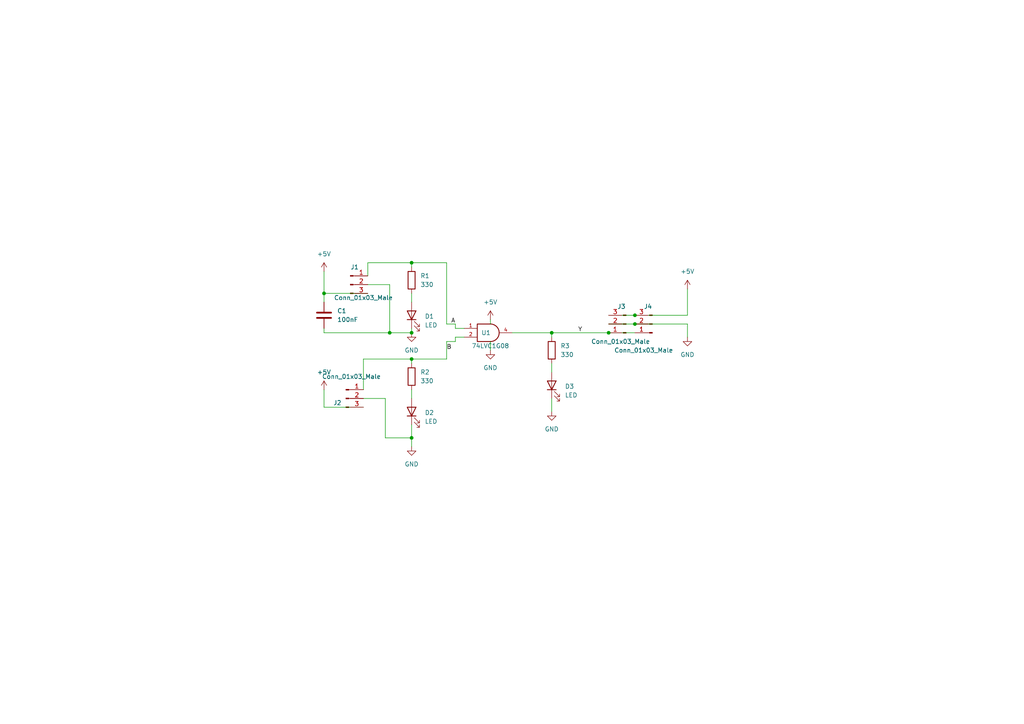
<source format=kicad_sch>
(kicad_sch (version 20231120) (generator "eeschema") (generator_version "8.0")
  (paper "A4")
  (lib_symbols
    (symbol "74xGxx:74LVC1G08" (pin_names (offset 1.016))
      (property "Reference" "U" (at -2.54 3.81 0))
      (property "Value" "74LVC1G08" (at 0 -3.81 0))
      (symbol "74LVC1G08_0_1"
        (arc (start 0 -2.54) (mid 2.529 0) (end 0 2.54) (stroke (width 0.254)))
        (polyline (pts (xy 0 -2.54) (xy -3.81 -2.54) (xy -3.81 2.54) (xy 0 2.54)) (stroke (width 0.254)))
      )
      (symbol "74LVC1G08_1_1"
        (pin input line (at -7.62 1.27 0) (length 3.81) (name "~") (number "1"))
        (pin input line (at -7.62 -1.27 0) (length 3.81) (name "~") (number "2"))
        (pin power_in line (at 0 -2.54 270) (length 0) hide (name "GND") (number "3"))
        (pin output line (at 6.35 0 180) (length 3.81) (name "~") (number "4"))
        (pin power_in line (at 0 2.54 90) (length 0) hide (name "VCC") (number "5"))
      )
    )
    (symbol "Connector:Conn_01x03_Male" (pin_names (offset 1.016) hide)
      (property "Reference" "J" (at 0 5.08 0))
      (property "Value" "Conn_01x03_Male" (at 0 -5.08 0))
      (symbol "Conn_01x03_Male_1_1"
        (polyline (pts (xy 1.27 -2.54) (xy 0.8636 -2.54)) (stroke (width 0.1524)))
        (polyline (pts (xy 1.27 0) (xy 0.8636 0)) (stroke (width 0.1524)))
        (polyline (pts (xy 1.27 2.54) (xy 0.8636 2.54)) (stroke (width 0.1524)))
        (rectangle (start 0.8636 -2.413) (end 0 -2.667) (stroke (width 0.1524)) (fill (type outline)))
        (rectangle (start 0.8636 0.127) (end 0 -0.127) (stroke (width 0.1524)) (fill (type outline)))
        (rectangle (start 0.8636 2.667) (end 0 2.413) (stroke (width 0.1524)) (fill (type outline)))
        (pin passive line (at 5.08 2.54 180) (length 3.81) (name "Pin_1") (number "1"))
        (pin passive line (at 5.08 0 180) (length 3.81) (name "Pin_2") (number "2"))
        (pin passive line (at 5.08 -2.54 180) (length 3.81) (name "Pin_3") (number "3"))
      )
    )
    (symbol "Device:C" (pin_numbers hide) (pin_names (offset 0.254))
      (property "Reference" "C" (at 0.635 2.54 0))
      (property "Value" "C" (at 0.635 -2.54 0))
      (symbol "C_0_1"
        (polyline (pts (xy -2.032 -0.762) (xy 2.032 -0.762)) (stroke (width 0.508)))
        (polyline (pts (xy -2.032 0.762) (xy 2.032 0.762)) (stroke (width 0.508)))
      )
      (symbol "C_1_1"
        (pin passive line (at 0 3.81 270) (length 2.794) (name "~") (number "1"))
        (pin passive line (at 0 -3.81 90) (length 2.794) (name "~") (number "2"))
      )
    )
    (symbol "Device:LED" (pin_numbers hide) (pin_names (offset 1.016) hide)
      (property "Reference" "D" (at 0 2.54 0))
      (property "Value" "LED" (at 0 -2.54 0))
      (symbol "LED_0_1"
        (polyline (pts (xy -1.27 -1.27) (xy -1.27 1.27)) (stroke (width 0.254)))
        (polyline (pts (xy -1.27 0) (xy 1.27 0)))
        (polyline (pts (xy 1.27 -1.27) (xy 1.27 1.27) (xy -1.27 0) (xy 1.27 -1.27)) (stroke (width 0.254)))
        (polyline (pts (xy -3.048 -0.762) (xy -4.572 -2.286) (xy -3.81 -2.286) (xy -4.572 -2.286) (xy -4.572 -1.524)))
        (polyline (pts (xy -1.778 -0.762) (xy -3.302 -2.286) (xy -2.54 -2.286) (xy -3.302 -2.286) (xy -3.302 -1.524)))
      )
      (symbol "LED_1_1"
        (pin passive line (at -3.81 0 0) (length 2.54) (name "K") (number "1"))
        (pin passive line (at 3.81 0 180) (length 2.54) (name "A") (number "2"))
      )
    )
    (symbol "Device:R" (pin_numbers hide) (pin_names (offset 0))
      (property "Reference" "R" (at 2.032 0 90))
      (property "Value" "R" (at 0 0 90))
      (symbol "R_0_1"
        (rectangle (start -1.016 -2.54) (end 1.016 2.54) (stroke (width 0.254)))
      )
      (symbol "R_1_1"
        (pin passive line (at 0 3.81 270) (length 1.27) (name "~") (number "1"))
        (pin passive line (at 0 -3.81 90) (length 1.27) (name "~") (number "2"))
      )
    )
    (symbol "power:+5V" (power) (pin_names (offset 0))
      (property "Value" "+5V" (at 0 3.556 0))
      (symbol "+5V_0_1"
        (polyline (pts (xy -0.762 1.27) (xy 0 2.54)))
        (polyline (pts (xy 0 0) (xy 0 2.54)))
        (polyline (pts (xy 0 2.54) (xy 0.762 1.27)))
      )
      (symbol "+5V_1_1"
        (pin power_in line (at 0 0 90) (length 0) hide (name "+5V") (number "1"))
      )
    )
    (symbol "power:GND" (power) (pin_names (offset 0))
      (property "Value" "GND" (at 0 -3.81 0))
      (symbol "GND_0_1"
        (polyline (pts (xy 0 0) (xy 0 -1.27) (xy 1.27 -1.27) (xy 0 -2.54) (xy -1.27 -1.27) (xy 0 -1.27)))
      )
      (symbol "GND_1_1"
        (pin power_in line (at 0 0 270) (length 0) hide (name "GND") (number "1"))
      )
    )
  )
  (junction (at 119.38 96.52))
  (junction (at 93.98 85.09))
  (junction (at 160.02 96.52))
  (junction (at 119.38 76.2))
  (junction (at 184.15 93.98))
  (junction (at 119.38 104.14))
  (junction (at 176.53 96.52))
  (junction (at 113.03 96.52))
  (junction (at 119.38 127))
  (junction (at 184.15 91.44))
  (wire (pts (xy 134.62 97.79) (xy 132.08 97.79)))
  (wire (pts (xy 106.68 76.2) (xy 119.38 76.2)))
  (wire (pts (xy 93.98 85.09) (xy 93.98 87.63)))
  (wire (pts (xy 160.02 115.57) (xy 160.02 119.38)))
  (wire (pts (xy 184.15 91.44) (xy 199.39 91.44)))
  (wire (pts (xy 176.53 91.44) (xy 184.15 91.44)))
  (wire (pts (xy 105.41 118.11) (xy 93.98 118.11)))
  (wire (pts (xy 148.59 96.52) (xy 160.02 96.52)))
  (wire (pts (xy 129.54 76.2) (xy 129.54 93.98)))
  (wire (pts (xy 113.03 82.55) (xy 113.03 96.52)))
  (wire (pts (xy 93.98 85.09) (xy 106.68 85.09)))
  (wire (pts (xy 129.54 99.06) (xy 132.08 99.06)))
  (wire (pts (xy 160.02 105.41) (xy 160.02 107.95)))
  (wire (pts (xy 176.53 93.98) (xy 184.15 93.98)))
  (wire (pts (xy 105.41 115.57) (xy 111.76 115.57)))
  (wire (pts (xy 113.03 96.52) (xy 119.38 96.52)))
  (wire (pts (xy 142.24 92.71) (xy 142.24 93.98)))
  (wire (pts (xy 199.39 83.82) (xy 199.39 91.44)))
  (wire (pts (xy 132.08 93.98) (xy 129.54 93.98)))
  (wire (pts (xy 160.02 96.52) (xy 176.53 96.52)))
  (wire (pts (xy 105.41 104.14) (xy 119.38 104.14)))
  (wire (pts (xy 184.15 93.98) (xy 199.39 93.98)))
  (wire (pts (xy 119.38 85.09) (xy 119.38 87.63)))
  (wire (pts (xy 199.39 93.98) (xy 199.39 97.79)))
  (wire (pts (xy 105.41 113.03) (xy 105.41 104.14)))
  (wire (pts (xy 111.76 115.57) (xy 111.76 127)))
  (wire (pts (xy 119.38 104.14) (xy 129.54 104.14)))
  (wire (pts (xy 119.38 127) (xy 119.38 129.54)))
  (wire (pts (xy 93.98 113.03) (xy 93.98 118.11)))
  (wire (pts (xy 119.38 95.25) (xy 119.38 96.52)))
  (wire (pts (xy 129.54 104.14) (xy 129.54 99.06)))
  (wire (pts (xy 119.38 123.19) (xy 119.38 127)))
  (wire (pts (xy 132.08 93.98) (xy 132.08 95.25)))
  (wire (pts (xy 93.98 95.25) (xy 93.98 96.52)))
  (wire (pts (xy 119.38 77.47) (xy 119.38 76.2)))
  (wire (pts (xy 93.98 96.52) (xy 113.03 96.52)))
  (wire (pts (xy 132.08 97.79) (xy 132.08 99.06)))
  (wire (pts (xy 119.38 76.2) (xy 129.54 76.2)))
  (wire (pts (xy 93.98 78.74) (xy 93.98 85.09)))
  (wire (pts (xy 111.76 127) (xy 119.38 127)))
  (wire (pts (xy 119.38 113.03) (xy 119.38 115.57)))
  (wire (pts (xy 176.53 96.52) (xy 184.15 96.52)))
  (wire (pts (xy 119.38 105.41) (xy 119.38 104.14)))
  (wire (pts (xy 132.08 95.25) (xy 134.62 95.25)))
  (wire (pts (xy 106.68 82.55) (xy 113.03 82.55)))
  (wire (pts (xy 106.68 76.2) (xy 106.68 80.01)))
  (wire (pts (xy 160.02 97.79) (xy 160.02 96.52)))
  (wire (pts (xy 142.24 99.06) (xy 142.24 101.6)))
  (label "Y" (at 167.64 96.52 0) (effects (font (size 1.2446 1.2446))))
  (label "B" (at 129.54 101.6 0) (effects (font (size 1.2446 1.2446))))
  (label "A" (at 130.81 93.98 0) (effects (font (size 1.2446 1.2446))))
  (symbol (lib_id "power:+5V") (at 199.39 83.82 0) (unit 1)
    (property "Reference" "#PWR0102" (effects (hide yes)))
    (property "Value" "+5V" (at 199.39 78.74 0))
  )
  (symbol (lib_id "power:GND") (at 119.38 96.52 0) (unit 1)
    (property "Reference" "#PWR0109" (effects (hide yes)))
    (property "Value" "GND" (at 119.38 101.6 0))
  )
  (symbol (lib_id "Device:LED") (at 119.38 91.44 90) (unit 1)
    (property "Reference" "D1" (at 123.19 91.7574 90) (effects (justify right)))
    (property "Value" "LED" (at 123.19 94.2974 90) (effects (justify right)))
    (property "Footprint" "shurik-personal:LITE_ON_LTST_C230TBKT-LED_1206_3216Metric_ReverseMount" (effects (hide yes)))
    (property "LCSC" "C125109" (effects (hide yes)))
  )
  (symbol (lib_id "power:GND") (at 199.39 97.79 0) (unit 1)
    (property "Reference" "#PWR0105" (effects (hide yes)))
    (property "Value" "GND" (at 199.39 102.87 0))
  )
  (symbol (lib_id "Connector:Conn_01x03_Male") (at 189.23 93.98 180) (unit 1)
    (property "Reference" "J4" (at 187.96 88.9 0))
    (property "Value" "Conn_01x03_Male" (at 186.69 101.6 0))
    (property "Footprint" "Connector_Molex:Molex_PicoBlade_53261-0371_1x03-1MP_P1.25mm_Horizontal" (effects (hide yes)))
    (property "FT Rotation Offset" "180" (effects (hide yes)))
  )
  (symbol (lib_id "power:+5V") (at 93.98 113.03 0) (unit 1)
    (property "Reference" "#PWR0104" (effects (hide yes)))
    (property "Value" "+5V" (at 93.98 107.95 0))
  )
  (symbol (lib_id "Device:R") (at 119.38 81.28 0) (unit 1)
    (property "Reference" "R1" (at 121.92 80.0099 0) (effects (justify left)))
    (property "Value" "330" (at 121.92 82.5499 0) (effects (justify left)))
    (property "Footprint" "Resistor_SMD:R_0603_1608Metric" (effects (hide yes)))
  )
  (symbol (lib_id "power:GND") (at 160.02 119.38 0) (unit 1)
    (property "Reference" "#PWR0103" (effects (hide yes)))
    (property "Value" "GND" (at 160.02 124.46 0))
  )
  (symbol (lib_id "power:+5V") (at 93.98 78.74 0) (unit 1)
    (property "Reference" "#PWR0101" (effects (hide yes)))
    (property "Value" "+5V" (at 93.98 73.66 0))
  )
  (symbol (lib_id "Connector:Conn_01x03_Male") (at 101.6 82.55 0) (unit 1)
    (property "Reference" "J1" (at 102.87 77.47 0))
    (property "Value" "Conn_01x03_Male" (at 105.41 86.36 0))
    (property "Footprint" "Connector_Molex:Molex_PicoBlade_53261-0371_1x03-1MP_P1.25mm_Horizontal" (effects (hide yes)))
    (property "FT Rotation Offset" "180" (effects (hide yes)))
  )
  (symbol (lib_id "Device:C") (at 93.98 91.44 0) (unit 1)
    (property "Reference" "C1" (at 97.79 90.1699 0) (effects (justify left)))
    (property "Value" "100nF" (at 97.79 92.7099 0) (effects (justify left)))
    (property "Footprint" "Capacitor_SMD:C_0603_1608Metric" (effects (hide yes)))
  )
  (symbol (lib_id "power:+5V") (at 142.24 92.71 0) (unit 1)
    (property "Reference" "#PWR0107" (effects (hide yes)))
    (property "Value" "+5V" (at 142.24 87.63 0))
  )
  (symbol (lib_id "Connector:Conn_01x03_Male") (at 100.33 115.57 0) (unit 1)
    (property "Reference" "J2" (at 99.06 116.8401 0) (effects (justify right)))
    (property "Value" "Conn_01x03_Male" (at 110.49 109.22 0) (effects (justify right)))
    (property "Footprint" "Connector_Molex:Molex_PicoBlade_53261-0371_1x03-1MP_P1.25mm_Horizontal" (effects (hide yes)))
    (property "FT Rotation Offset" "180" (effects (hide yes)))
  )
  (symbol (lib_id "power:GND") (at 119.38 129.54 0) (unit 1)
    (property "Reference" "#PWR0108" (effects (hide yes)))
    (property "Value" "GND" (at 119.38 134.62 0))
  )
  (symbol (lib_id "Device:R") (at 119.38 109.22 0) (unit 1)
    (property "Reference" "R2" (at 121.92 107.9499 0) (effects (justify left)))
    (property "Value" "330" (at 121.92 110.4899 0) (effects (justify left)))
    (property "Footprint" "Resistor_SMD:R_0603_1608Metric" (effects (hide yes)))
  )
  (symbol (lib_id "Connector:Conn_01x03_Male") (at 181.61 93.98 180) (unit 1)
    (property "Reference" "J3" (at 179.07 88.9 0) (effects (justify right)))
    (property "Value" "Conn_01x03_Male" (at 171.45 99.06 0) (effects (justify right)))
    (property "Footprint" "Connector_Molex:Molex_PicoBlade_53261-0371_1x03-1MP_P1.25mm_Horizontal" (effects (hide yes)))
    (property "FT Rotation Offset" "180" (effects (hide yes)))
  )
  (symbol (lib_id "Device:LED") (at 119.38 119.38 90) (unit 1)
    (property "Reference" "D2" (at 123.19 119.6974 90) (effects (justify right)))
    (property "Value" "LED" (at 123.19 122.2374 90) (effects (justify right)))
    (property "Footprint" "shurik-personal:LITE_ON_LTST_C230TBKT-LED_1206_3216Metric_ReverseMount" (effects (hide yes)))
    (property "LCSC" "C125109" (effects (hide yes)))
  )
  (symbol (lib_id "Device:LED") (at 160.02 111.76 90) (unit 1)
    (property "Reference" "D3" (at 163.83 112.0774 90) (effects (justify right)))
    (property "Value" "LED" (at 163.83 114.6174 90) (effects (justify right)))
    (property "Footprint" "shurik-personal:LITE_ON_LTST_C230TBKT-LED_1206_3216Metric_ReverseMount" (effects (hide yes)))
    (property "LCSC" "C125109" (effects (hide yes)))
  )
  (symbol (lib_id "power:GND") (at 142.24 101.6 0) (unit 1)
    (property "Reference" "#PWR0106" (effects (hide yes)))
    (property "Value" "GND" (at 142.24 106.68 0))
  )
  (symbol (lib_id "Device:R") (at 160.02 101.6 0) (unit 1)
    (property "Reference" "R3" (at 162.56 100.3299 0) (effects (justify left)))
    (property "Value" "330" (at 162.56 102.8699 0) (effects (justify left)))
    (property "Footprint" "Resistor_SMD:R_0603_1608Metric" (effects (hide yes)))
  )
  (symbol (lib_id "74xGxx:74LVC1G08") (at 142.24 96.52 0) (unit 1)
    (property "Reference" "U1" (at 140.97 96.52 0))
    (property "Value" "74LVC1G08" (at 142.24 100.33 0))
    (property "Footprint" "Package_TO_SOT_SMD:SOT-23-5" (effects (hide yes)))
    (property "Datasheet" "http://www.ti.com/lit/sg/scyt129e/scyt129e.pdf" (effects (hide yes)))
  )
)
</source>
